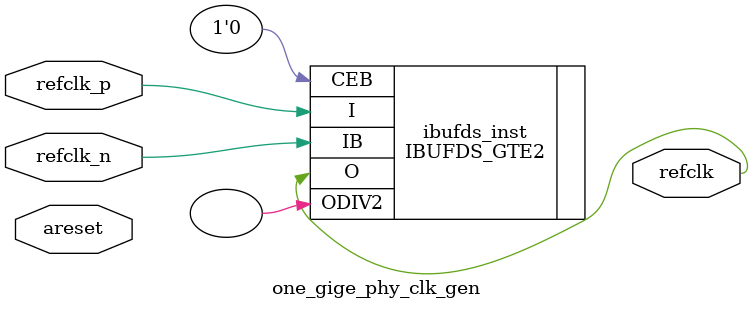
<source format=v>

module one_gige_phy_clk_gen 
(
   input  areset,
   input  refclk_p,
   input  refclk_n,
   output refclk
);

   IBUFDS_GTE2 ibufds_inst (
      .O     (refclk),
      .ODIV2 (),
      .CEB   (1'b0),
      .I     (refclk_p),
      .IB    (refclk_n)
   );

endmodule




</source>
